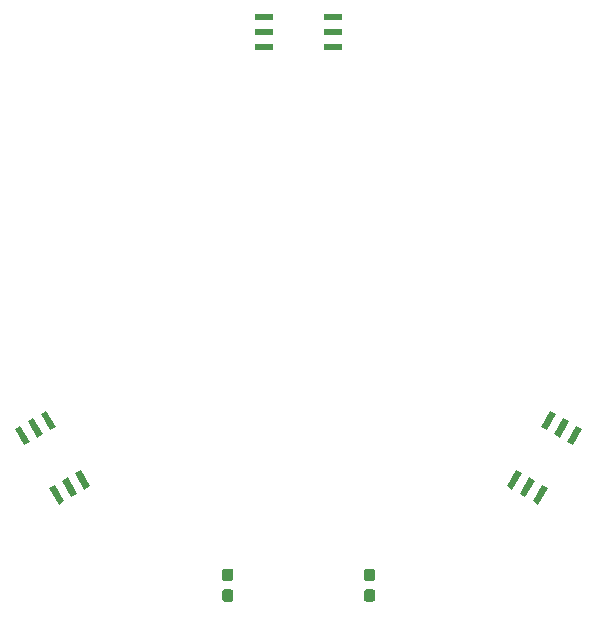
<source format=gbr>
G04 #@! TF.GenerationSoftware,KiCad,Pcbnew,(5.0.1-3-g963ef8bb5)*
G04 #@! TF.CreationDate,2019-08-29T11:39:49+02:00*
G04 #@! TF.ProjectId,crecol_encoder,637265636F6C5F656E636F6465722E6B,rev?*
G04 #@! TF.SameCoordinates,Original*
G04 #@! TF.FileFunction,Paste,Bot*
G04 #@! TF.FilePolarity,Positive*
%FSLAX46Y46*%
G04 Gerber Fmt 4.6, Leading zero omitted, Abs format (unit mm)*
G04 Created by KiCad (PCBNEW (5.0.1-3-g963ef8bb5)) date 2019 August 29, Thursday 11:39:49*
%MOMM*%
%LPD*%
G01*
G04 APERTURE LIST*
%ADD10C,0.100000*%
%ADD11C,0.950000*%
%ADD12C,0.550000*%
%ADD13R,1.600000X0.550000*%
G04 APERTURE END LIST*
D10*
G04 #@! TO.C,C0*
G36*
X94260779Y-121401144D02*
X94283834Y-121404563D01*
X94306443Y-121410227D01*
X94328387Y-121418079D01*
X94349457Y-121428044D01*
X94369448Y-121440026D01*
X94388168Y-121453910D01*
X94405438Y-121469562D01*
X94421090Y-121486832D01*
X94434974Y-121505552D01*
X94446956Y-121525543D01*
X94456921Y-121546613D01*
X94464773Y-121568557D01*
X94470437Y-121591166D01*
X94473856Y-121614221D01*
X94475000Y-121637500D01*
X94475000Y-122212500D01*
X94473856Y-122235779D01*
X94470437Y-122258834D01*
X94464773Y-122281443D01*
X94456921Y-122303387D01*
X94446956Y-122324457D01*
X94434974Y-122344448D01*
X94421090Y-122363168D01*
X94405438Y-122380438D01*
X94388168Y-122396090D01*
X94369448Y-122409974D01*
X94349457Y-122421956D01*
X94328387Y-122431921D01*
X94306443Y-122439773D01*
X94283834Y-122445437D01*
X94260779Y-122448856D01*
X94237500Y-122450000D01*
X93762500Y-122450000D01*
X93739221Y-122448856D01*
X93716166Y-122445437D01*
X93693557Y-122439773D01*
X93671613Y-122431921D01*
X93650543Y-122421956D01*
X93630552Y-122409974D01*
X93611832Y-122396090D01*
X93594562Y-122380438D01*
X93578910Y-122363168D01*
X93565026Y-122344448D01*
X93553044Y-122324457D01*
X93543079Y-122303387D01*
X93535227Y-122281443D01*
X93529563Y-122258834D01*
X93526144Y-122235779D01*
X93525000Y-122212500D01*
X93525000Y-121637500D01*
X93526144Y-121614221D01*
X93529563Y-121591166D01*
X93535227Y-121568557D01*
X93543079Y-121546613D01*
X93553044Y-121525543D01*
X93565026Y-121505552D01*
X93578910Y-121486832D01*
X93594562Y-121469562D01*
X93611832Y-121453910D01*
X93630552Y-121440026D01*
X93650543Y-121428044D01*
X93671613Y-121418079D01*
X93693557Y-121410227D01*
X93716166Y-121404563D01*
X93739221Y-121401144D01*
X93762500Y-121400000D01*
X94237500Y-121400000D01*
X94260779Y-121401144D01*
X94260779Y-121401144D01*
G37*
D11*
X94000000Y-121925000D03*
D10*
G36*
X94260779Y-123151144D02*
X94283834Y-123154563D01*
X94306443Y-123160227D01*
X94328387Y-123168079D01*
X94349457Y-123178044D01*
X94369448Y-123190026D01*
X94388168Y-123203910D01*
X94405438Y-123219562D01*
X94421090Y-123236832D01*
X94434974Y-123255552D01*
X94446956Y-123275543D01*
X94456921Y-123296613D01*
X94464773Y-123318557D01*
X94470437Y-123341166D01*
X94473856Y-123364221D01*
X94475000Y-123387500D01*
X94475000Y-123962500D01*
X94473856Y-123985779D01*
X94470437Y-124008834D01*
X94464773Y-124031443D01*
X94456921Y-124053387D01*
X94446956Y-124074457D01*
X94434974Y-124094448D01*
X94421090Y-124113168D01*
X94405438Y-124130438D01*
X94388168Y-124146090D01*
X94369448Y-124159974D01*
X94349457Y-124171956D01*
X94328387Y-124181921D01*
X94306443Y-124189773D01*
X94283834Y-124195437D01*
X94260779Y-124198856D01*
X94237500Y-124200000D01*
X93762500Y-124200000D01*
X93739221Y-124198856D01*
X93716166Y-124195437D01*
X93693557Y-124189773D01*
X93671613Y-124181921D01*
X93650543Y-124171956D01*
X93630552Y-124159974D01*
X93611832Y-124146090D01*
X93594562Y-124130438D01*
X93578910Y-124113168D01*
X93565026Y-124094448D01*
X93553044Y-124074457D01*
X93543079Y-124053387D01*
X93535227Y-124031443D01*
X93529563Y-124008834D01*
X93526144Y-123985779D01*
X93525000Y-123962500D01*
X93525000Y-123387500D01*
X93526144Y-123364221D01*
X93529563Y-123341166D01*
X93535227Y-123318557D01*
X93543079Y-123296613D01*
X93553044Y-123275543D01*
X93565026Y-123255552D01*
X93578910Y-123236832D01*
X93594562Y-123219562D01*
X93611832Y-123203910D01*
X93630552Y-123190026D01*
X93650543Y-123178044D01*
X93671613Y-123168079D01*
X93693557Y-123160227D01*
X93716166Y-123154563D01*
X93739221Y-123151144D01*
X93762500Y-123150000D01*
X94237500Y-123150000D01*
X94260779Y-123151144D01*
X94260779Y-123151144D01*
G37*
D11*
X94000000Y-123675000D03*
G04 #@! TD*
D10*
G04 #@! TO.C,R0*
G36*
X106260779Y-123151144D02*
X106283834Y-123154563D01*
X106306443Y-123160227D01*
X106328387Y-123168079D01*
X106349457Y-123178044D01*
X106369448Y-123190026D01*
X106388168Y-123203910D01*
X106405438Y-123219562D01*
X106421090Y-123236832D01*
X106434974Y-123255552D01*
X106446956Y-123275543D01*
X106456921Y-123296613D01*
X106464773Y-123318557D01*
X106470437Y-123341166D01*
X106473856Y-123364221D01*
X106475000Y-123387500D01*
X106475000Y-123962500D01*
X106473856Y-123985779D01*
X106470437Y-124008834D01*
X106464773Y-124031443D01*
X106456921Y-124053387D01*
X106446956Y-124074457D01*
X106434974Y-124094448D01*
X106421090Y-124113168D01*
X106405438Y-124130438D01*
X106388168Y-124146090D01*
X106369448Y-124159974D01*
X106349457Y-124171956D01*
X106328387Y-124181921D01*
X106306443Y-124189773D01*
X106283834Y-124195437D01*
X106260779Y-124198856D01*
X106237500Y-124200000D01*
X105762500Y-124200000D01*
X105739221Y-124198856D01*
X105716166Y-124195437D01*
X105693557Y-124189773D01*
X105671613Y-124181921D01*
X105650543Y-124171956D01*
X105630552Y-124159974D01*
X105611832Y-124146090D01*
X105594562Y-124130438D01*
X105578910Y-124113168D01*
X105565026Y-124094448D01*
X105553044Y-124074457D01*
X105543079Y-124053387D01*
X105535227Y-124031443D01*
X105529563Y-124008834D01*
X105526144Y-123985779D01*
X105525000Y-123962500D01*
X105525000Y-123387500D01*
X105526144Y-123364221D01*
X105529563Y-123341166D01*
X105535227Y-123318557D01*
X105543079Y-123296613D01*
X105553044Y-123275543D01*
X105565026Y-123255552D01*
X105578910Y-123236832D01*
X105594562Y-123219562D01*
X105611832Y-123203910D01*
X105630552Y-123190026D01*
X105650543Y-123178044D01*
X105671613Y-123168079D01*
X105693557Y-123160227D01*
X105716166Y-123154563D01*
X105739221Y-123151144D01*
X105762500Y-123150000D01*
X106237500Y-123150000D01*
X106260779Y-123151144D01*
X106260779Y-123151144D01*
G37*
D11*
X106000000Y-123675000D03*
D10*
G36*
X106260779Y-121401144D02*
X106283834Y-121404563D01*
X106306443Y-121410227D01*
X106328387Y-121418079D01*
X106349457Y-121428044D01*
X106369448Y-121440026D01*
X106388168Y-121453910D01*
X106405438Y-121469562D01*
X106421090Y-121486832D01*
X106434974Y-121505552D01*
X106446956Y-121525543D01*
X106456921Y-121546613D01*
X106464773Y-121568557D01*
X106470437Y-121591166D01*
X106473856Y-121614221D01*
X106475000Y-121637500D01*
X106475000Y-122212500D01*
X106473856Y-122235779D01*
X106470437Y-122258834D01*
X106464773Y-122281443D01*
X106456921Y-122303387D01*
X106446956Y-122324457D01*
X106434974Y-122344448D01*
X106421090Y-122363168D01*
X106405438Y-122380438D01*
X106388168Y-122396090D01*
X106369448Y-122409974D01*
X106349457Y-122421956D01*
X106328387Y-122431921D01*
X106306443Y-122439773D01*
X106283834Y-122445437D01*
X106260779Y-122448856D01*
X106237500Y-122450000D01*
X105762500Y-122450000D01*
X105739221Y-122448856D01*
X105716166Y-122445437D01*
X105693557Y-122439773D01*
X105671613Y-122431921D01*
X105650543Y-122421956D01*
X105630552Y-122409974D01*
X105611832Y-122396090D01*
X105594562Y-122380438D01*
X105578910Y-122363168D01*
X105565026Y-122344448D01*
X105553044Y-122324457D01*
X105543079Y-122303387D01*
X105535227Y-122281443D01*
X105529563Y-122258834D01*
X105526144Y-122235779D01*
X105525000Y-122212500D01*
X105525000Y-121637500D01*
X105526144Y-121614221D01*
X105529563Y-121591166D01*
X105535227Y-121568557D01*
X105543079Y-121546613D01*
X105553044Y-121525543D01*
X105565026Y-121505552D01*
X105578910Y-121486832D01*
X105594562Y-121469562D01*
X105611832Y-121453910D01*
X105630552Y-121440026D01*
X105650543Y-121428044D01*
X105671613Y-121418079D01*
X105693557Y-121410227D01*
X105716166Y-121404563D01*
X105739221Y-121401144D01*
X105762500Y-121400000D01*
X106237500Y-121400000D01*
X106260779Y-121401144D01*
X106260779Y-121401144D01*
G37*
D11*
X106000000Y-121925000D03*
G04 #@! TD*
D12*
G04 #@! TO.C,SW0*
X80600000Y-114511474D03*
D10*
G36*
X79961843Y-113956154D02*
X80438157Y-113681154D01*
X81238157Y-115066794D01*
X80761843Y-115341794D01*
X79961843Y-113956154D01*
X79961843Y-113956154D01*
G37*
D12*
X77700000Y-109488526D03*
D10*
G36*
X77061843Y-108933206D02*
X77538157Y-108658206D01*
X78338157Y-110043846D01*
X77861843Y-110318846D01*
X77061843Y-108933206D01*
X77061843Y-108933206D01*
G37*
D12*
X76600148Y-110123526D03*
D10*
G36*
X75961991Y-109568206D02*
X76438305Y-109293206D01*
X77238305Y-110678846D01*
X76761991Y-110953846D01*
X75961991Y-109568206D01*
X75961991Y-109568206D01*
G37*
D12*
X78799852Y-108853526D03*
D10*
G36*
X78161695Y-108298206D02*
X78638009Y-108023206D01*
X79438009Y-109408846D01*
X78961695Y-109683846D01*
X78161695Y-108298206D01*
X78161695Y-108298206D01*
G37*
D12*
X81699852Y-113876474D03*
D10*
G36*
X81061695Y-113321154D02*
X81538009Y-113046154D01*
X82338009Y-114431794D01*
X81861695Y-114706794D01*
X81061695Y-113321154D01*
X81061695Y-113321154D01*
G37*
D12*
X79500148Y-115146474D03*
D10*
G36*
X78861991Y-114591154D02*
X79338305Y-114316154D01*
X80138305Y-115701794D01*
X79661991Y-115976794D01*
X78861991Y-114591154D01*
X78861991Y-114591154D01*
G37*
G04 #@! TD*
D13*
G04 #@! TO.C,SW1*
X102900000Y-76000000D03*
X97100000Y-76000000D03*
X97100000Y-77270000D03*
X97100000Y-74730000D03*
X102900000Y-74730000D03*
X102900000Y-77270000D03*
G04 #@! TD*
D12*
G04 #@! TO.C,SW2*
X123349852Y-110123526D03*
D10*
G36*
X123188009Y-110953846D02*
X122711695Y-110678846D01*
X123511695Y-109293206D01*
X123988009Y-109568206D01*
X123188009Y-110953846D01*
X123188009Y-110953846D01*
G37*
D12*
X121150148Y-108853526D03*
D10*
G36*
X120988305Y-109683846D02*
X120511991Y-109408846D01*
X121311991Y-108023206D01*
X121788305Y-108298206D01*
X120988305Y-109683846D01*
X120988305Y-109683846D01*
G37*
D12*
X118250148Y-113876474D03*
D10*
G36*
X118088305Y-114706794D02*
X117611991Y-114431794D01*
X118411991Y-113046154D01*
X118888305Y-113321154D01*
X118088305Y-114706794D01*
X118088305Y-114706794D01*
G37*
D12*
X120449852Y-115146474D03*
D10*
G36*
X120288009Y-115976794D02*
X119811695Y-115701794D01*
X120611695Y-114316154D01*
X121088009Y-114591154D01*
X120288009Y-115976794D01*
X120288009Y-115976794D01*
G37*
D12*
X119350000Y-114511474D03*
D10*
G36*
X119188157Y-115341794D02*
X118711843Y-115066794D01*
X119511843Y-113681154D01*
X119988157Y-113956154D01*
X119188157Y-115341794D01*
X119188157Y-115341794D01*
G37*
D12*
X122250000Y-109488526D03*
D10*
G36*
X122088157Y-110318846D02*
X121611843Y-110043846D01*
X122411843Y-108658206D01*
X122888157Y-108933206D01*
X122088157Y-110318846D01*
X122088157Y-110318846D01*
G37*
G04 #@! TD*
M02*

</source>
